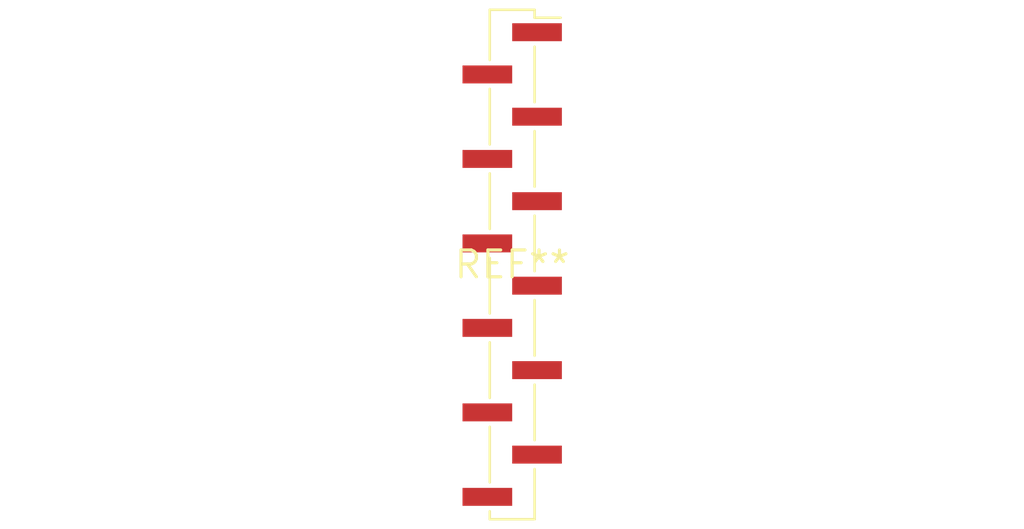
<source format=kicad_pcb>
(kicad_pcb (version 20240108) (generator pcbnew)
  (layers (0 "F.Cu" signal) (31 "B.Cu" signal) (34 "B.Paste" user) (35 "F.Paste" user) (36 "B.SilkS" user "B.Silkscreen") (37 "F.SilkS" user "F.Silkscreen") (38 "B.Mask" user) (39 "F.Mask" user) (44 "Edge.Cuts" user))
  (net 0 "")
  (footprint "PinHeader_1x12_P2.00mm_Vertical_SMD_Pin1Right" (layer "F.Cu") (at 0 0)
    (property "Reference" "REF**")
    (property "Value" "PinHeader_1x12_P2.00mm_Vertical_SMD_Pin1Right")
    (fp_line (start -1.06 -12.06) (end -1.06 -9.685) (layer "F.SilkS") (stroke (width 0.12)))
    (fp_line (start -1.06 -12.06) (end 1.06 -12.06) (layer "F.SilkS") (stroke (width 0.12)))
    (fp_line (start -1.06 -8.315) (end -1.06 -5.685) (layer "F.SilkS") (stroke (width 0.12)))
    (fp_line (start -1.06 -4.315) (end -1.06 -1.685) (layer "F.SilkS") (stroke (width 0.12)))
    (fp_line (start -1.06 -0.315) (end -1.06 2.315) (layer "F.SilkS") (stroke (width 0.12)))
    (fp_line (start -1.06 3.685) (end -1.06 6.315) (layer "F.SilkS") (stroke (width 0.12)))
    (fp_line (start -1.06 7.685) (end -1.06 10.315) (layer "F.SilkS") (stroke (width 0.12)))
    (fp_line (start -1.06 11.685) (end -1.06 12.06) (layer "F.SilkS") (stroke (width 0.12)))
    (fp_line (start -1.06 12.06) (end 1.06 12.06) (layer "F.SilkS") (stroke (width 0.12)))
    (fp_line (start 1.06 -12.06) (end 1.06 -11.685) (layer "F.SilkS") (stroke (width 0.12)))
    (fp_line (start 1.06 -11.685) (end 2.29 -11.685) (layer "F.SilkS") (stroke (width 0.12)))
    (fp_line (start 1.06 -10.315) (end 1.06 -7.685) (layer "F.SilkS") (stroke (width 0.12)))
    (fp_line (start 1.06 -6.315) (end 1.06 -3.685) (layer "F.SilkS") (stroke (width 0.12)))
    (fp_line (start 1.06 -2.315) (end 1.06 0.315) (layer "F.SilkS") (stroke (width 0.12)))
    (fp_line (start 1.06 1.685) (end 1.06 4.315) (layer "F.SilkS") (stroke (width 0.12)))
    (fp_line (start 1.06 5.685) (end 1.06 8.315) (layer "F.SilkS") (stroke (width 0.12)))
    (fp_line (start 1.06 9.685) (end 1.06 12.06) (layer "F.SilkS") (stroke (width 0.12)))
    (pad "1" smd rect (at 1.175 -11) (size 2.35 0.85) (layers "F.Cu" "F.Paste" "F.Mask"))
    (pad "2" smd rect (at -1.175 -9) (size 2.35 0.85) (layers "F.Cu" "F.Paste" "F.Mask"))
    (pad "3" smd rect (at 1.175 -7) (size 2.35 0.85) (layers "F.Cu" "F.Paste" "F.Mask"))
    (pad "4" smd rect (at -1.175 -5) (size 2.35 0.85) (layers "F.Cu" "F.Paste" "F.Mask"))
    (pad "5" smd rect (at 1.175 -3) (size 2.35 0.85) (layers "F.Cu" "F.Paste" "F.Mask"))
    (pad "6" smd rect (at -1.175 -1) (size 2.35 0.85) (layers "F.Cu" "F.Paste" "F.Mask"))
    (pad "7" smd rect (at 1.175 1) (size 2.35 0.85) (layers "F.Cu" "F.Paste" "F.Mask"))
    (pad "8" smd rect (at -1.175 3) (size 2.35 0.85) (layers "F.Cu" "F.Paste" "F.Mask"))
    (pad "9" smd rect (at 1.175 5) (size 2.35 0.85) (layers "F.Cu" "F.Paste" "F.Mask"))
    (pad "10" smd rect (at -1.175 7) (size 2.35 0.85) (layers "F.Cu" "F.Paste" "F.Mask"))
    (pad "11" smd rect (at 1.175 9) (size 2.35 0.85) (layers "F.Cu" "F.Paste" "F.Mask"))
    (pad "12" smd rect (at -1.175 11) (size 2.35 0.85) (layers "F.Cu" "F.Paste" "F.Mask"))
  )
)
</source>
